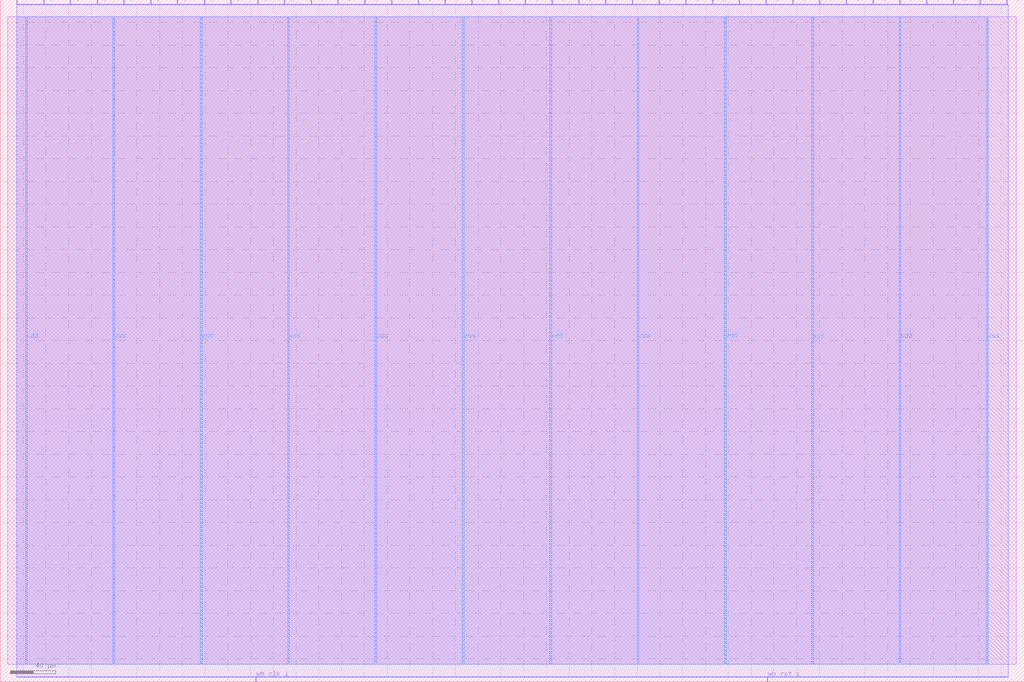
<source format=lef>
VERSION 5.7 ;
  NOWIREEXTENSIONATPIN ON ;
  DIVIDERCHAR "/" ;
  BUSBITCHARS "[]" ;
MACRO cntr_example
  CLASS BLOCK ;
  FOREIGN cntr_example ;
  ORIGIN 0.000 0.000 ;
  SIZE 900.000 BY 600.000 ;
  PIN io_out[0]
    DIRECTION OUTPUT TRISTATE ;
    USE SIGNAL ;
    PORT
      LAYER Metal2 ;
        RECT 14.560 596.000 15.120 600.000 ;
    END
  END io_out[0]
  PIN io_out[10]
    DIRECTION OUTPUT TRISTATE ;
    USE SIGNAL ;
    PORT
      LAYER Metal2 ;
        RECT 249.760 596.000 250.320 600.000 ;
    END
  END io_out[10]
  PIN io_out[11]
    DIRECTION OUTPUT TRISTATE ;
    USE SIGNAL ;
    PORT
      LAYER Metal2 ;
        RECT 273.280 596.000 273.840 600.000 ;
    END
  END io_out[11]
  PIN io_out[12]
    DIRECTION OUTPUT TRISTATE ;
    USE SIGNAL ;
    PORT
      LAYER Metal2 ;
        RECT 296.800 596.000 297.360 600.000 ;
    END
  END io_out[12]
  PIN io_out[13]
    DIRECTION OUTPUT TRISTATE ;
    USE SIGNAL ;
    PORT
      LAYER Metal2 ;
        RECT 320.320 596.000 320.880 600.000 ;
    END
  END io_out[13]
  PIN io_out[14]
    DIRECTION OUTPUT TRISTATE ;
    USE SIGNAL ;
    PORT
      LAYER Metal2 ;
        RECT 343.840 596.000 344.400 600.000 ;
    END
  END io_out[14]
  PIN io_out[15]
    DIRECTION OUTPUT TRISTATE ;
    USE SIGNAL ;
    PORT
      LAYER Metal2 ;
        RECT 367.360 596.000 367.920 600.000 ;
    END
  END io_out[15]
  PIN io_out[16]
    DIRECTION OUTPUT TRISTATE ;
    USE SIGNAL ;
    PORT
      LAYER Metal2 ;
        RECT 390.880 596.000 391.440 600.000 ;
    END
  END io_out[16]
  PIN io_out[17]
    DIRECTION OUTPUT TRISTATE ;
    USE SIGNAL ;
    PORT
      LAYER Metal2 ;
        RECT 414.400 596.000 414.960 600.000 ;
    END
  END io_out[17]
  PIN io_out[18]
    DIRECTION OUTPUT TRISTATE ;
    USE SIGNAL ;
    PORT
      LAYER Metal2 ;
        RECT 437.920 596.000 438.480 600.000 ;
    END
  END io_out[18]
  PIN io_out[19]
    DIRECTION OUTPUT TRISTATE ;
    USE SIGNAL ;
    PORT
      LAYER Metal2 ;
        RECT 461.440 596.000 462.000 600.000 ;
    END
  END io_out[19]
  PIN io_out[1]
    DIRECTION OUTPUT TRISTATE ;
    USE SIGNAL ;
    PORT
      LAYER Metal2 ;
        RECT 38.080 596.000 38.640 600.000 ;
    END
  END io_out[1]
  PIN io_out[20]
    DIRECTION OUTPUT TRISTATE ;
    USE SIGNAL ;
    PORT
      LAYER Metal2 ;
        RECT 484.960 596.000 485.520 600.000 ;
    END
  END io_out[20]
  PIN io_out[21]
    DIRECTION OUTPUT TRISTATE ;
    USE SIGNAL ;
    PORT
      LAYER Metal2 ;
        RECT 508.480 596.000 509.040 600.000 ;
    END
  END io_out[21]
  PIN io_out[22]
    DIRECTION OUTPUT TRISTATE ;
    USE SIGNAL ;
    PORT
      LAYER Metal2 ;
        RECT 532.000 596.000 532.560 600.000 ;
    END
  END io_out[22]
  PIN io_out[23]
    DIRECTION OUTPUT TRISTATE ;
    USE SIGNAL ;
    PORT
      LAYER Metal2 ;
        RECT 555.520 596.000 556.080 600.000 ;
    END
  END io_out[23]
  PIN io_out[24]
    DIRECTION OUTPUT TRISTATE ;
    USE SIGNAL ;
    PORT
      LAYER Metal2 ;
        RECT 579.040 596.000 579.600 600.000 ;
    END
  END io_out[24]
  PIN io_out[25]
    DIRECTION OUTPUT TRISTATE ;
    USE SIGNAL ;
    PORT
      LAYER Metal2 ;
        RECT 602.560 596.000 603.120 600.000 ;
    END
  END io_out[25]
  PIN io_out[26]
    DIRECTION OUTPUT TRISTATE ;
    USE SIGNAL ;
    PORT
      LAYER Metal2 ;
        RECT 626.080 596.000 626.640 600.000 ;
    END
  END io_out[26]
  PIN io_out[27]
    DIRECTION OUTPUT TRISTATE ;
    USE SIGNAL ;
    PORT
      LAYER Metal2 ;
        RECT 649.600 596.000 650.160 600.000 ;
    END
  END io_out[27]
  PIN io_out[28]
    DIRECTION OUTPUT TRISTATE ;
    USE SIGNAL ;
    PORT
      LAYER Metal2 ;
        RECT 673.120 596.000 673.680 600.000 ;
    END
  END io_out[28]
  PIN io_out[29]
    DIRECTION OUTPUT TRISTATE ;
    USE SIGNAL ;
    PORT
      LAYER Metal2 ;
        RECT 696.640 596.000 697.200 600.000 ;
    END
  END io_out[29]
  PIN io_out[2]
    DIRECTION OUTPUT TRISTATE ;
    USE SIGNAL ;
    PORT
      LAYER Metal2 ;
        RECT 61.600 596.000 62.160 600.000 ;
    END
  END io_out[2]
  PIN io_out[30]
    DIRECTION OUTPUT TRISTATE ;
    USE SIGNAL ;
    PORT
      LAYER Metal2 ;
        RECT 720.160 596.000 720.720 600.000 ;
    END
  END io_out[30]
  PIN io_out[31]
    DIRECTION OUTPUT TRISTATE ;
    USE SIGNAL ;
    PORT
      LAYER Metal2 ;
        RECT 743.680 596.000 744.240 600.000 ;
    END
  END io_out[31]
  PIN io_out[32]
    DIRECTION OUTPUT TRISTATE ;
    USE SIGNAL ;
    PORT
      LAYER Metal2 ;
        RECT 767.200 596.000 767.760 600.000 ;
    END
  END io_out[32]
  PIN io_out[33]
    DIRECTION OUTPUT TRISTATE ;
    USE SIGNAL ;
    PORT
      LAYER Metal2 ;
        RECT 790.720 596.000 791.280 600.000 ;
    END
  END io_out[33]
  PIN io_out[34]
    DIRECTION OUTPUT TRISTATE ;
    USE SIGNAL ;
    PORT
      LAYER Metal2 ;
        RECT 814.240 596.000 814.800 600.000 ;
    END
  END io_out[34]
  PIN io_out[35]
    DIRECTION OUTPUT TRISTATE ;
    USE SIGNAL ;
    PORT
      LAYER Metal2 ;
        RECT 837.760 596.000 838.320 600.000 ;
    END
  END io_out[35]
  PIN io_out[36]
    DIRECTION OUTPUT TRISTATE ;
    USE SIGNAL ;
    PORT
      LAYER Metal2 ;
        RECT 861.280 596.000 861.840 600.000 ;
    END
  END io_out[36]
  PIN io_out[37]
    DIRECTION OUTPUT TRISTATE ;
    USE SIGNAL ;
    PORT
      LAYER Metal2 ;
        RECT 884.800 596.000 885.360 600.000 ;
    END
  END io_out[37]
  PIN io_out[3]
    DIRECTION OUTPUT TRISTATE ;
    USE SIGNAL ;
    PORT
      LAYER Metal2 ;
        RECT 85.120 596.000 85.680 600.000 ;
    END
  END io_out[3]
  PIN io_out[4]
    DIRECTION OUTPUT TRISTATE ;
    USE SIGNAL ;
    PORT
      LAYER Metal2 ;
        RECT 108.640 596.000 109.200 600.000 ;
    END
  END io_out[4]
  PIN io_out[5]
    DIRECTION OUTPUT TRISTATE ;
    USE SIGNAL ;
    PORT
      LAYER Metal2 ;
        RECT 132.160 596.000 132.720 600.000 ;
    END
  END io_out[5]
  PIN io_out[6]
    DIRECTION OUTPUT TRISTATE ;
    USE SIGNAL ;
    PORT
      LAYER Metal2 ;
        RECT 155.680 596.000 156.240 600.000 ;
    END
  END io_out[6]
  PIN io_out[7]
    DIRECTION OUTPUT TRISTATE ;
    USE SIGNAL ;
    PORT
      LAYER Metal2 ;
        RECT 179.200 596.000 179.760 600.000 ;
    END
  END io_out[7]
  PIN io_out[8]
    DIRECTION OUTPUT TRISTATE ;
    USE SIGNAL ;
    PORT
      LAYER Metal2 ;
        RECT 202.720 596.000 203.280 600.000 ;
    END
  END io_out[8]
  PIN io_out[9]
    DIRECTION OUTPUT TRISTATE ;
    USE SIGNAL ;
    PORT
      LAYER Metal2 ;
        RECT 226.240 596.000 226.800 600.000 ;
    END
  END io_out[9]
  PIN vdd
    DIRECTION INOUT ;
    USE POWER ;
    PORT
      LAYER Metal4 ;
        RECT 22.240 15.380 23.840 584.380 ;
    END
    PORT
      LAYER Metal4 ;
        RECT 175.840 15.380 177.440 584.380 ;
    END
    PORT
      LAYER Metal4 ;
        RECT 329.440 15.380 331.040 584.380 ;
    END
    PORT
      LAYER Metal4 ;
        RECT 483.040 15.380 484.640 584.380 ;
    END
    PORT
      LAYER Metal4 ;
        RECT 636.640 15.380 638.240 584.380 ;
    END
    PORT
      LAYER Metal4 ;
        RECT 790.240 15.380 791.840 584.380 ;
    END
  END vdd
  PIN vss
    DIRECTION INOUT ;
    USE GROUND ;
    PORT
      LAYER Metal4 ;
        RECT 99.040 15.380 100.640 584.380 ;
    END
    PORT
      LAYER Metal4 ;
        RECT 252.640 15.380 254.240 584.380 ;
    END
    PORT
      LAYER Metal4 ;
        RECT 406.240 15.380 407.840 584.380 ;
    END
    PORT
      LAYER Metal4 ;
        RECT 559.840 15.380 561.440 584.380 ;
    END
    PORT
      LAYER Metal4 ;
        RECT 713.440 15.380 715.040 584.380 ;
    END
    PORT
      LAYER Metal4 ;
        RECT 867.040 15.380 868.640 584.380 ;
    END
  END vss
  PIN wb_clk_i
    DIRECTION INPUT ;
    USE SIGNAL ;
    PORT
      LAYER Metal2 ;
        RECT 224.560 0.000 225.120 4.000 ;
    END
  END wb_clk_i
  PIN wb_rst_i
    DIRECTION INPUT ;
    USE SIGNAL ;
    PORT
      LAYER Metal2 ;
        RECT 674.240 0.000 674.800 4.000 ;
    END
  END wb_rst_i
  OBS
      LAYER Metal1 ;
        RECT 6.720 15.380 893.200 585.050 ;
      LAYER Metal2 ;
        RECT 15.420 595.700 37.780 596.000 ;
        RECT 38.940 595.700 61.300 596.000 ;
        RECT 62.460 595.700 84.820 596.000 ;
        RECT 85.980 595.700 108.340 596.000 ;
        RECT 109.500 595.700 131.860 596.000 ;
        RECT 133.020 595.700 155.380 596.000 ;
        RECT 156.540 595.700 178.900 596.000 ;
        RECT 180.060 595.700 202.420 596.000 ;
        RECT 203.580 595.700 225.940 596.000 ;
        RECT 227.100 595.700 249.460 596.000 ;
        RECT 250.620 595.700 272.980 596.000 ;
        RECT 274.140 595.700 296.500 596.000 ;
        RECT 297.660 595.700 320.020 596.000 ;
        RECT 321.180 595.700 343.540 596.000 ;
        RECT 344.700 595.700 367.060 596.000 ;
        RECT 368.220 595.700 390.580 596.000 ;
        RECT 391.740 595.700 414.100 596.000 ;
        RECT 415.260 595.700 437.620 596.000 ;
        RECT 438.780 595.700 461.140 596.000 ;
        RECT 462.300 595.700 484.660 596.000 ;
        RECT 485.820 595.700 508.180 596.000 ;
        RECT 509.340 595.700 531.700 596.000 ;
        RECT 532.860 595.700 555.220 596.000 ;
        RECT 556.380 595.700 578.740 596.000 ;
        RECT 579.900 595.700 602.260 596.000 ;
        RECT 603.420 595.700 625.780 596.000 ;
        RECT 626.940 595.700 649.300 596.000 ;
        RECT 650.460 595.700 672.820 596.000 ;
        RECT 673.980 595.700 696.340 596.000 ;
        RECT 697.500 595.700 719.860 596.000 ;
        RECT 721.020 595.700 743.380 596.000 ;
        RECT 744.540 595.700 766.900 596.000 ;
        RECT 768.060 595.700 790.420 596.000 ;
        RECT 791.580 595.700 813.940 596.000 ;
        RECT 815.100 595.700 837.460 596.000 ;
        RECT 838.620 595.700 860.980 596.000 ;
        RECT 862.140 595.700 884.500 596.000 ;
        RECT 885.660 595.700 886.340 596.000 ;
        RECT 14.700 4.300 886.340 595.700 ;
        RECT 14.700 4.000 224.260 4.300 ;
        RECT 225.420 4.000 673.940 4.300 ;
        RECT 675.100 4.000 886.340 4.300 ;
      LAYER Metal3 ;
        RECT 14.650 15.540 868.550 585.060 ;
  END
END cntr_example
END LIBRARY


</source>
